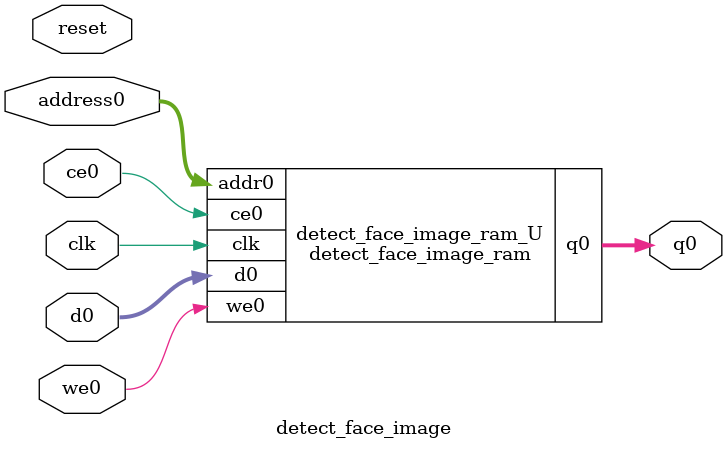
<source format=v>

`timescale 1 ns / 1 ps
module detect_face_image_ram (addr0, ce0, d0, we0, q0,  clk);

parameter DWIDTH = 8;
parameter AWIDTH = 15;
parameter MEM_SIZE = 19200;

input[AWIDTH-1:0] addr0;
input ce0;
input[DWIDTH-1:0] d0;
input we0;
output reg[DWIDTH-1:0] q0;
input clk;

(* ram_style = "block" *)reg [DWIDTH-1:0] ram[0:MEM_SIZE-1];




always @(posedge clk)  
begin 
    if (ce0) 
    begin
        if (we0) 
        begin 
            ram[addr0] <= d0; 
            q0 <= d0;
        end 
        else 
            q0 <= ram[addr0];
    end
end


endmodule


`timescale 1 ns / 1 ps
module detect_face_image(
    reset,
    clk,
    address0,
    ce0,
    we0,
    d0,
    q0);

parameter DataWidth = 32'd8;
parameter AddressRange = 32'd19200;
parameter AddressWidth = 32'd15;
input reset;
input clk;
input[AddressWidth - 1:0] address0;
input ce0;
input we0;
input[DataWidth - 1:0] d0;
output[DataWidth - 1:0] q0;



detect_face_image_ram detect_face_image_ram_U(
    .clk( clk ),
    .addr0( address0 ),
    .ce0( ce0 ),
    .d0( d0 ),
    .we0( we0 ),
    .q0( q0 ));

endmodule


</source>
